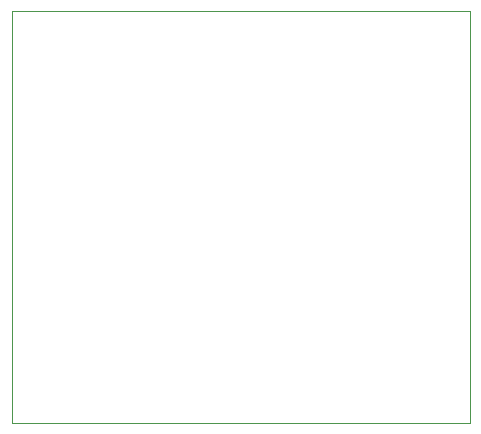
<source format=gbr>
%TF.GenerationSoftware,KiCad,Pcbnew,(6.0.1-0)*%
%TF.CreationDate,2022-04-20T12:22:31-04:00*%
%TF.ProjectId,32S2_3,33325332-5f33-42e6-9b69-6361645f7063,rev?*%
%TF.SameCoordinates,Original*%
%TF.FileFunction,Profile,NP*%
%FSLAX46Y46*%
G04 Gerber Fmt 4.6, Leading zero omitted, Abs format (unit mm)*
G04 Created by KiCad (PCBNEW (6.0.1-0)) date 2022-04-20 12:22:31*
%MOMM*%
%LPD*%
G01*
G04 APERTURE LIST*
%TA.AperFunction,Profile*%
%ADD10C,0.100000*%
%TD*%
G04 APERTURE END LIST*
D10*
X69850000Y-104140000D02*
X108585000Y-104140000D01*
X108585000Y-104140000D02*
X108585000Y-69215000D01*
X69850000Y-69215000D02*
X69850000Y-104140000D01*
X108585000Y-69215000D02*
X69850000Y-69215000D01*
M02*

</source>
